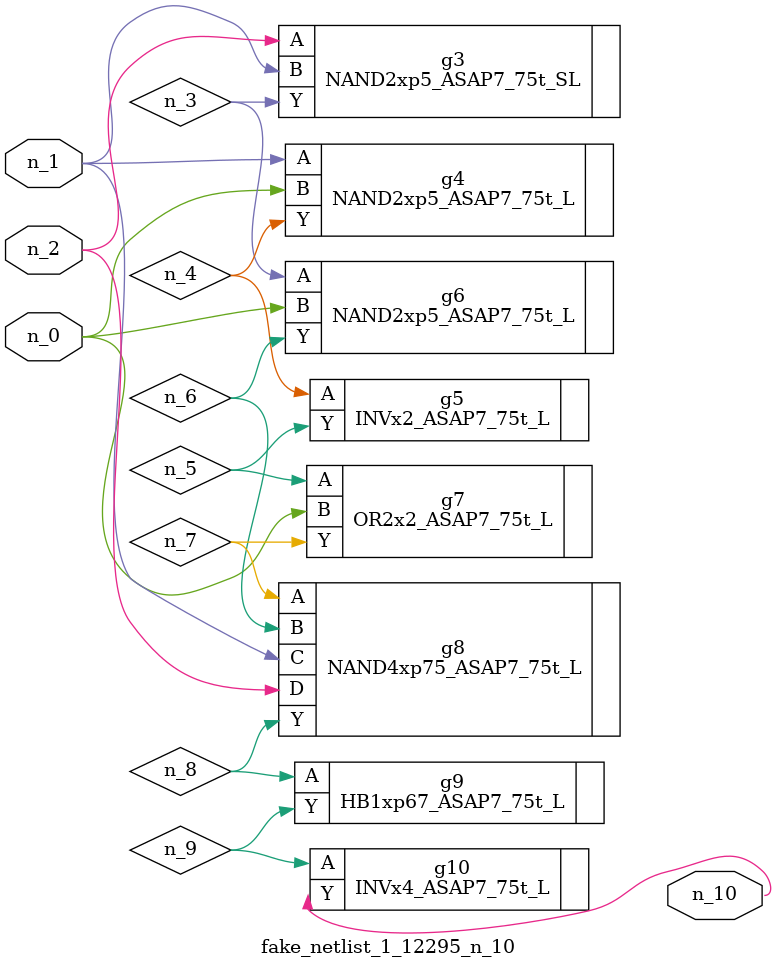
<source format=v>
module fake_netlist_1_12295_n_10 (n_1, n_2, n_0, n_10);
input n_1;
input n_2;
input n_0;
output n_10;
wire n_6;
wire n_4;
wire n_3;
wire n_9;
wire n_5;
wire n_7;
wire n_8;
NAND2xp5_ASAP7_75t_SL g3 ( .A(n_2), .B(n_1), .Y(n_3) );
NAND2xp5_ASAP7_75t_L g4 ( .A(n_1), .B(n_0), .Y(n_4) );
INVx2_ASAP7_75t_L g5 ( .A(n_4), .Y(n_5) );
NAND2xp5_ASAP7_75t_L g6 ( .A(n_3), .B(n_0), .Y(n_6) );
OR2x2_ASAP7_75t_L g7 ( .A(n_5), .B(n_0), .Y(n_7) );
NAND4xp75_ASAP7_75t_L g8 ( .A(n_7), .B(n_6), .C(n_1), .D(n_2), .Y(n_8) );
HB1xp67_ASAP7_75t_L g9 ( .A(n_8), .Y(n_9) );
INVx4_ASAP7_75t_L g10 ( .A(n_9), .Y(n_10) );
endmodule
</source>
